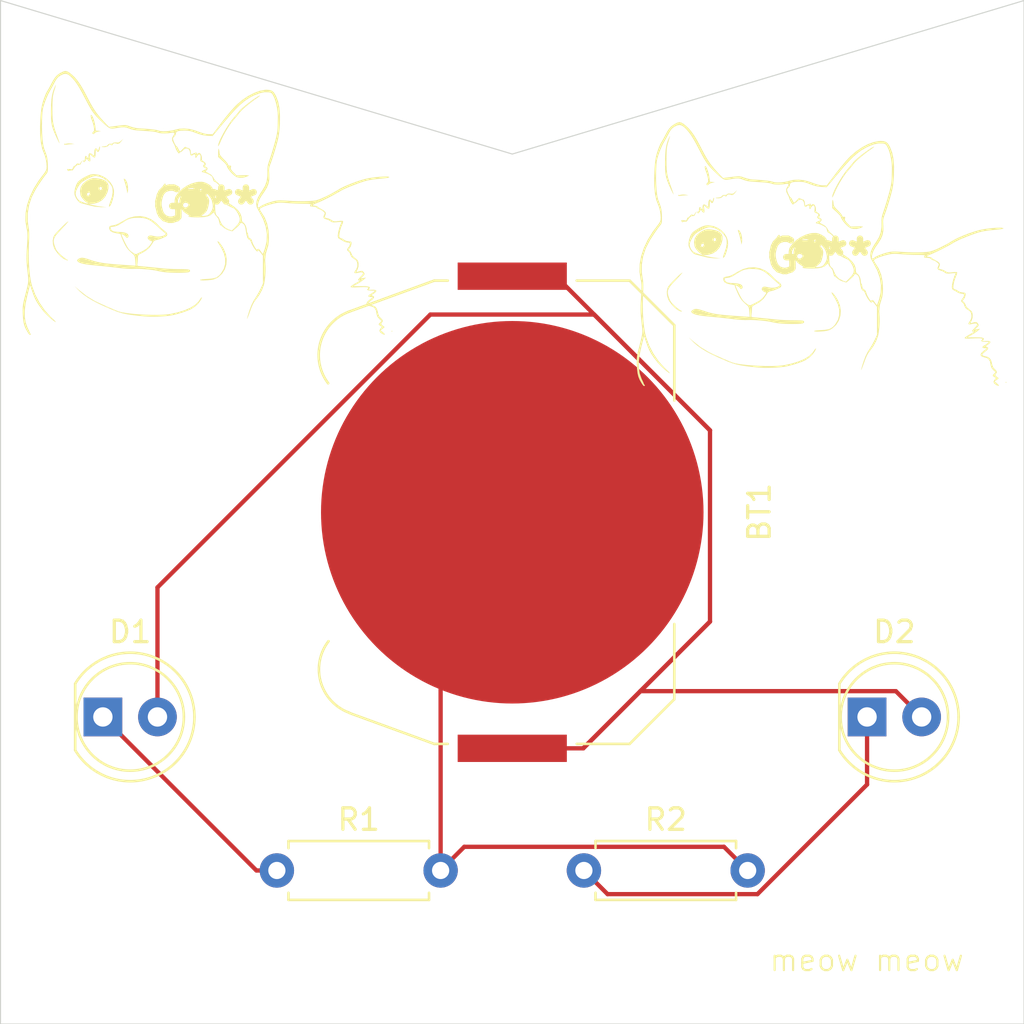
<source format=kicad_pcb>
(kicad_pcb (version 20241229) (generator "pcbnew") (generator_version "9.0")
  (layers (0 "F.Cu" signal) (2 "B.Cu" signal) (13 "F.Paste" user) (15 "B.Paste" user) (5 "F.SilkS" user "F.Silkscreen") (7 "B.SilkS" user "B.Silkscreen") (1 "F.Mask" user) (3 "B.Mask" user) (25 "Edge.Cuts" user))
  (net 0 "")
  (net 1 "Net-(BT1-+)")
  (net 2 "Net-(BT1--)")
  (net 3 "Net-(D1-K)")
  (net 4 "Net-(D2-K)")
  (footprint "Battery:BatteryHolder_Keystone_3034_1x20mm" (layer "F.Cu") (at 119.0625 71.4375 -90)
    (property "Reference" "BT1" (at 0 -11.5 90) (layer "F.SilkS"))
    (property "Value" "Battery_Cell")
    (pad "1" smd rect (at -10.985 0 270) (size 1.27 5.08) (layers "F.Cu" "F.Mask" "F.Paste") (net 1 "Net-(BT1-+)"))
    (pad "1" smd rect (at 10.985 0 270) (size 1.27 5.08) (layers "F.Cu" "F.Mask" "F.Paste") (net 1 "Net-(BT1-+)"))
    (pad "2" smd circle (at 0 0 270) (size 17.8 17.8) (layers "F.Cu" "F.Mask") (net 2 "Net-(BT1--)"))
  )
  (footprint "LED_THT:LED_D5.0mm" (layer "F.Cu") (at 135.5725 80.9625)
    (property "Reference" "D2" (at 1.27 -3.96 0) (layer "F.SilkS"))
    (property "Value" "LED")
    (pad "1" thru_hole rect (at 0 0) (size 1.8 1.8) (drill 0.9) (layers "*.Cu" "*.Mask") (net 4 "Net-(D2-K)"))
    (pad "2" thru_hole circle (at 2.54 0) (size 1.8 1.8) (drill 0.9) (layers "*.Cu" "*.Mask") (net 1 "Net-(BT1-+)"))
  )
  (footprint "LOGO" (layer "F.Cu") (at 104.775 57.15)
    (property "Reference" "G***" (at 0 0 0) (layer "F.SilkS") (effects (font (size 1.5 1.5) (thickness 0.3))))
    (property "Value" "LOGO" (hide yes))
  )
  (footprint "LED_THT:LED_D5.0mm" (layer "F.Cu") (at 100.0125 80.9625)
    (property "Reference" "D1" (at 1.27 -3.96 0) (layer "F.SilkS"))
    (property "Value" "LED")
    (pad "1" thru_hole rect (at 0 0) (size 1.8 1.8) (drill 0.9) (layers "*.Cu" "*.Mask") (net 3 "Net-(D1-K)"))
    (pad "2" thru_hole circle (at 2.54 0) (size 1.8 1.8) (drill 0.9) (layers "*.Cu" "*.Mask") (net 1 "Net-(BT1-+)"))
  )
  (footprint "Resistor_THT:R_Axial_DIN0207_L6.3mm_D2.5mm_P7.62mm_Horizontal" (layer "F.Cu") (at 108.10875 88.10625)
    (property "Reference" "R1" (at 3.81 -2.37 0) (layer "F.SilkS"))
    (property "Value" "R")
    (pad "1" thru_hole circle (at 0 0) (size 1.6 1.6) (drill 0.8) (layers "*.Cu" "*.Mask") (net 3 "Net-(D1-K)"))
    (pad "2" thru_hole circle (at 7.62 0) (size 1.6 1.6) (drill 0.8) (layers "*.Cu" "*.Mask") (net 2 "Net-(BT1--)"))
  )
  (footprint "Resistor_THT:R_Axial_DIN0207_L6.3mm_D2.5mm_P7.62mm_Horizontal" (layer "F.Cu") (at 122.39625 88.10625)
    (property "Reference" "R2" (at 3.81 -2.37 0) (layer "F.SilkS"))
    (property "Value" "R")
    (pad "1" thru_hole circle (at 0 0) (size 1.6 1.6) (drill 0.8) (layers "*.Cu" "*.Mask") (net 4 "Net-(D2-K)"))
    (pad "2" thru_hole circle (at 7.62 0) (size 1.6 1.6) (drill 0.8) (layers "*.Cu" "*.Mask") (net 2 "Net-(BT1--)"))
  )
  (footprint "LOGO" (layer "F.Cu") (at 133.35 59.53125)
    (property "Reference" "G***" (at 0 0 0) (layer "F.SilkS") (effects (font (size 1.5 1.5) (thickness 0.3))))
    (property "Value" "LOGO" (hide yes))
  )
  (gr_poly (pts (xy 95.25 95.25) (xy 142.875 95.25) (xy 142.875 47.625) (xy 119.0625 54.76875) (xy 95.25 47.625)) (stroke (width 0.05)) (fill no) (layer "Edge.Cuts"))
  (gr_text "meow meow\n" (at 130.96875 92.86875 0) (layer "F.SilkS") (effects (font (size 1 1) (thickness 0.1)) (justify left bottom)))
  (segment (start 119.0625 60.4525) (end 121.089679 60.4525) (width 0.2) (layer "F.Cu") (net 1))
  (segment (start 136.9115 79.7615) (end 125.026 79.7615) (width 0.2) (layer "F.Cu") (net 1))
  (segment (start 128.2635 76.524) (end 125.026 79.7615) (width 0.2) (layer "F.Cu") (net 1))
  (segment (start 125.026 79.7615) (end 122.365 82.4225) (width 0.2) (layer "F.Cu") (net 1))
  (segment (start 122.873679 62.2365) (end 128.2635 67.626321) (width 0.2) (layer "F.Cu") (net 1))
  (segment (start 128.2635 76.524) (end 122.365 82.4225) (width 0.2) (layer "F.Cu") (net 1))
  (segment (start 102.5525 74.935321) (end 115.251321 62.2365) (width 0.2) (layer "F.Cu") (net 1))
  (segment (start 128.2635 67.626321) (end 128.2635 76.524) (width 0.2) (layer "F.Cu") (net 1))
  (segment (start 138.1125 80.9625) (end 136.9115 79.7615) (width 0.2) (layer "F.Cu") (net 1))
  (segment (start 115.251321 62.2365) (end 122.873679 62.2365) (width 0.2) (layer "F.Cu") (net 1))
  (segment (start 122.365 82.4225) (end 119.0625 82.4225) (width 0.2) (layer "F.Cu") (net 1))
  (segment (start 102.5525 80.9625) (end 102.5525 74.935321) (width 0.2) (layer "F.Cu") (net 1))
  (segment (start 121.089679 60.4525) (end 128.2635 67.626321) (width 0.2) (layer "F.Cu") (net 1))
  (segment (start 115.72875 88.10625) (end 115.72875 74.77125) (width 0.2) (layer "F.Cu") (net 2))
  (segment (start 128.91525 87.00525) (end 130.01625 88.10625) (width 0.2) (layer "F.Cu") (net 2))
  (segment (start 115.72875 74.77125) (end 119.0625 71.4375) (width 0.2) (layer "F.Cu") (net 2))
  (segment (start 116.82975 87.00525) (end 128.91525 87.00525) (width 0.2) (layer "F.Cu") (net 2))
  (segment (start 115.72875 88.10625) (end 116.82975 87.00525) (width 0.2) (layer "F.Cu") (net 2))
  (segment (start 108.10875 88.10625) (end 107.15625 88.10625) (width 0.2) (layer "F.Cu") (net 3))
  (segment (start 107.15625 88.10625) (end 100.0125 80.9625) (width 0.2) (layer "F.Cu") (net 3))
  (segment (start 135.5725 84.10705) (end 135.5725 80.9625) (width 0.2) (layer "F.Cu") (net 4))
  (segment (start 123.49725 89.20725) (end 130.4723 89.20725) (width 0.2) (layer "F.Cu") (net 4))
  (segment (start 130.4723 89.20725) (end 135.5725 84.10705) (width 0.2) (layer "F.Cu") (net 4))
  (segment (start 122.39625 88.10625) (end 123.49725 89.20725) (width 0.2) (layer "F.Cu") (net 4))
)
</source>
